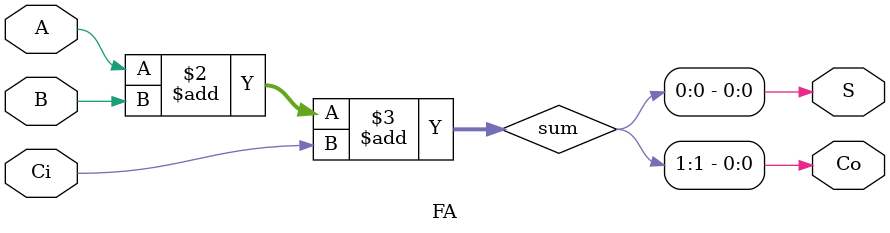
<source format=v>
module FA (A, B, Ci, Co, S);

input A , B, Ci ;
output Co , S ;

// ilklendirmeler
// ----------------
// assign A  = 1'b1;
// assign B  = 1'b1;
// assign Ci = 1'b0;

reg [1:0] sum ;
always @ ( A or B or Ci )
sum = A + B + Ci ;
assign { Co , S } = sum ;

endmodule
</source>
